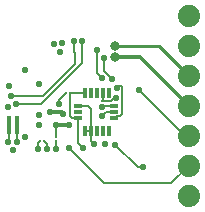
<source format=gbr>
G04 EAGLE Gerber X2 export*
%TF.Part,Single*%
%TF.FileFunction,Copper,L4,Bot,Mixed*%
%TF.FilePolarity,Positive*%
%TF.GenerationSoftware,Autodesk,EAGLE,8.7.1*%
%TF.CreationDate,2018-04-15T23:48:00Z*%
G75*
%MOMM*%
%FSLAX34Y34*%
%LPD*%
%AMOC8*
5,1,8,0,0,1.08239X$1,22.5*%
G01*
%ADD10R,0.177800X0.254000*%
%ADD11R,0.254000X0.177800*%
%ADD12C,1.879600*%
%ADD13R,0.300000X0.925000*%
%ADD14R,0.800000X0.300000*%
%ADD15R,0.350000X1.600000*%
%ADD16C,0.558800*%
%ADD17C,0.152400*%
%ADD18C,0.304800*%
%ADD19C,0.804800*%
%ADD20C,0.254000*%
%ADD21C,0.203200*%


D10*
X52421Y52819D03*
X55723Y52819D03*
D11*
X44254Y15041D03*
X44254Y11739D03*
D10*
X34006Y11640D03*
X30704Y11640D03*
D12*
X156400Y117800D03*
X156400Y92400D03*
X156400Y67000D03*
X156400Y41600D03*
X156400Y16200D03*
X156400Y-9200D03*
X156400Y-34600D03*
D13*
X68586Y52438D03*
X73586Y52438D03*
X78586Y52438D03*
X83586Y52438D03*
X88586Y52438D03*
D14*
X93336Y41563D03*
X93336Y36563D03*
X93336Y31563D03*
D13*
X88586Y20688D03*
X83586Y20688D03*
X78586Y20688D03*
X73586Y20688D03*
X68586Y20688D03*
D14*
X62836Y31563D03*
X62836Y36563D03*
X62836Y41563D03*
D15*
X4602Y25430D03*
X11102Y25430D03*
D16*
X114300Y54864D03*
D17*
X152964Y16200D01*
X156400Y16200D01*
D16*
X82622Y40749D03*
D17*
X83436Y41563D01*
X93336Y41563D01*
D16*
X94674Y48000D03*
D17*
X93147Y48000D01*
X90722Y45575D01*
X83000Y45575D01*
X83586Y46161D01*
X83586Y52438D01*
X94804Y33031D02*
X93336Y31563D01*
X94804Y33031D02*
X98178Y33031D01*
X99500Y34353D01*
X99500Y58351D01*
X97351Y58351D01*
X96000Y57000D01*
D16*
X96000Y57000D03*
X67056Y6096D03*
D17*
X62836Y10316D02*
X62836Y31563D01*
X62836Y10316D02*
X67056Y6096D01*
X62836Y31563D02*
X63277Y32004D01*
X65395Y32004D01*
X68586Y52438D02*
X56104Y52438D01*
X55723Y52819D01*
X55880Y52662D01*
X55880Y33020D01*
X57337Y31563D01*
X62836Y31563D01*
D16*
X82904Y32994D03*
D17*
X86473Y36563D01*
X93336Y36563D01*
X73586Y20688D02*
X68586Y20688D01*
X73586Y20688D02*
X73586Y39190D01*
X71213Y41563D02*
X62836Y41563D01*
X71213Y41563D02*
X73586Y39190D01*
D16*
X48895Y94447D03*
D18*
X115318Y82682D02*
X156400Y41600D01*
X115318Y82682D02*
X94250Y82682D01*
D19*
X94250Y82682D03*
D17*
X4602Y25430D02*
X4602Y12206D01*
X3674Y11278D01*
D16*
X3674Y11278D03*
X7853Y4397D03*
X35991Y4675D03*
X46462Y43500D03*
X3500Y41000D03*
X4000Y58000D03*
D17*
X44254Y24746D02*
X44254Y15041D01*
X44254Y24746D02*
X44000Y25000D01*
D16*
X44000Y25000D03*
X42000Y94000D03*
D17*
X73586Y20688D02*
X73586Y11945D01*
X76340Y9192D01*
D16*
X76340Y9192D03*
X30000Y25000D03*
D18*
X44000Y25000D02*
X55000Y25000D01*
D16*
X55000Y25000D03*
X30000Y34000D03*
X38981Y36019D03*
X30000Y60000D03*
D18*
X38981Y36019D02*
X48981Y36019D01*
X50000Y35000D01*
D16*
X50000Y35000D03*
D17*
X46462Y46861D02*
X52421Y52819D01*
X46462Y46861D02*
X46462Y43500D01*
X34006Y11640D02*
X35991Y9655D01*
X35991Y4675D01*
D16*
X47752Y86868D03*
D20*
X131400Y92000D02*
X156400Y67000D01*
X131400Y92000D02*
X94000Y92000D01*
D19*
X94000Y92000D03*
D16*
X17529Y15255D03*
D17*
X11102Y11563D02*
X11102Y25430D01*
X11102Y11563D02*
X11301Y11363D01*
D16*
X11301Y11363D03*
X29133Y4868D03*
D17*
X44254Y5254D02*
X44254Y11739D01*
X44254Y5254D02*
X44000Y5000D01*
D16*
X44000Y5000D03*
X18000Y72000D03*
X85113Y9340D03*
D17*
X30704Y11640D02*
X29133Y10069D01*
X29133Y4868D01*
D16*
X55000Y6000D03*
D17*
X85000Y-24000D01*
X141600Y-24000D02*
X156400Y-9200D01*
X141600Y-24000D02*
X85000Y-24000D01*
D16*
X94257Y8846D03*
D17*
X113576Y-10474D01*
X117638Y-10474D01*
D16*
X117638Y-10474D03*
X78740Y88900D03*
D21*
X78740Y69064D01*
X82526Y65278D01*
D16*
X82526Y65278D03*
X10398Y43225D03*
D17*
X31143Y43225D01*
X66190Y78272D01*
X66190Y96397D01*
X65834Y96753D01*
D16*
X65834Y96753D03*
X5572Y49951D03*
D17*
X32968Y49951D01*
X60025Y77007D02*
X60025Y86409D01*
X58976Y87458D01*
X58976Y96869D01*
D16*
X58976Y96869D03*
D17*
X60025Y77007D02*
X32968Y49951D01*
D16*
X91185Y64688D03*
D17*
X84516Y71357D01*
X84516Y82262D01*
D16*
X84516Y82262D03*
M02*

</source>
